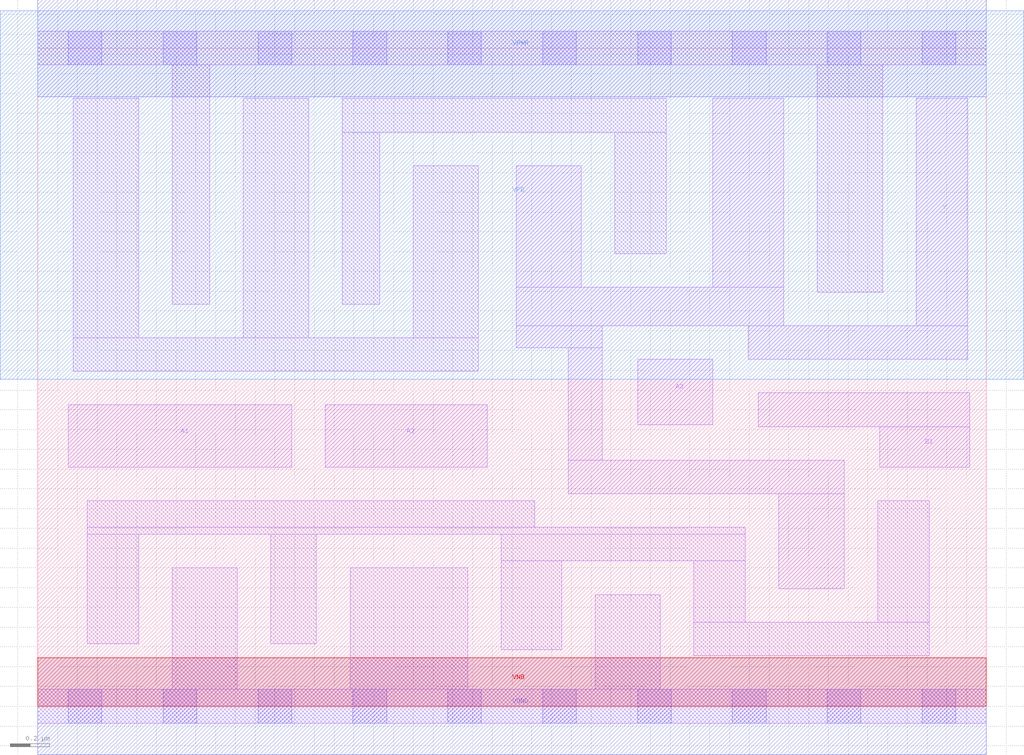
<source format=lef>
# Copyright 2020 The SkyWater PDK Authors
#
# Licensed under the Apache License, Version 2.0 (the "License");
# you may not use this file except in compliance with the License.
# You may obtain a copy of the License at
#
#     https://www.apache.org/licenses/LICENSE-2.0
#
# Unless required by applicable law or agreed to in writing, software
# distributed under the License is distributed on an "AS IS" BASIS,
# WITHOUT WARRANTIES OR CONDITIONS OF ANY KIND, either express or implied.
# See the License for the specific language governing permissions and
# limitations under the License.
#
# SPDX-License-Identifier: Apache-2.0

VERSION 5.7 ;
  NOWIREEXTENSIONATPIN ON ;
  DIVIDERCHAR "/" ;
  BUSBITCHARS "[]" ;
MACRO sky130_fd_sc_lp__o31ai_2
  CLASS CORE ;
  FOREIGN sky130_fd_sc_lp__o31ai_2 ;
  ORIGIN  0.000000  0.000000 ;
  SIZE  4.800000 BY  3.330000 ;
  SYMMETRY X Y R90 ;
  SITE unit ;
  PIN A1
    ANTENNAGATEAREA  0.630000 ;
    DIRECTION INPUT ;
    USE SIGNAL ;
    PORT
      LAYER li1 ;
        RECT 0.155000 1.210000 1.285000 1.525000 ;
    END
  END A1
  PIN A2
    ANTENNAGATEAREA  0.630000 ;
    DIRECTION INPUT ;
    USE SIGNAL ;
    PORT
      LAYER li1 ;
        RECT 1.455000 1.210000 2.275000 1.525000 ;
    END
  END A2
  PIN A3
    ANTENNAGATEAREA  0.630000 ;
    DIRECTION INPUT ;
    USE SIGNAL ;
    PORT
      LAYER li1 ;
        RECT 3.035000 1.425000 3.415000 1.755000 ;
    END
  END A3
  PIN B1
    ANTENNAGATEAREA  0.630000 ;
    DIRECTION INPUT ;
    USE SIGNAL ;
    PORT
      LAYER li1 ;
        RECT 3.645000 1.415000 4.715000 1.585000 ;
        RECT 4.260000 1.210000 4.715000 1.415000 ;
    END
  END B1
  PIN Y
    ANTENNADIFFAREA  1.451100 ;
    DIRECTION OUTPUT ;
    USE SIGNAL ;
    PORT
      LAYER li1 ;
        RECT 2.420000 1.815000 2.855000 1.925000 ;
        RECT 2.420000 1.925000 3.775000 2.120000 ;
        RECT 2.420000 2.120000 2.750000 2.735000 ;
        RECT 2.685000 1.075000 4.080000 1.245000 ;
        RECT 2.685000 1.245000 2.855000 1.815000 ;
        RECT 3.415000 2.120000 3.775000 3.075000 ;
        RECT 3.595000 1.755000 4.705000 1.925000 ;
        RECT 3.750000 0.595000 4.080000 1.075000 ;
        RECT 4.445000 1.925000 4.705000 3.075000 ;
    END
  END Y
  PIN VGND
    DIRECTION INOUT ;
    USE GROUND ;
    PORT
      LAYER met1 ;
        RECT 0.000000 -0.245000 4.800000 0.245000 ;
    END
  END VGND
  PIN VNB
    DIRECTION INOUT ;
    USE GROUND ;
    PORT
      LAYER pwell ;
        RECT 0.000000 0.000000 4.800000 0.245000 ;
    END
  END VNB
  PIN VPB
    DIRECTION INOUT ;
    USE POWER ;
    PORT
      LAYER nwell ;
        RECT -0.190000 1.655000 4.990000 3.520000 ;
    END
  END VPB
  PIN VPWR
    DIRECTION INOUT ;
    USE POWER ;
    PORT
      LAYER met1 ;
        RECT 0.000000 3.085000 4.800000 3.575000 ;
    END
  END VPWR
  OBS
    LAYER li1 ;
      RECT 0.000000 -0.085000 4.800000 0.085000 ;
      RECT 0.000000  3.245000 4.800000 3.415000 ;
      RECT 0.180000  1.695000 2.230000 1.865000 ;
      RECT 0.180000  1.865000 0.510000 3.075000 ;
      RECT 0.250000  0.315000 0.510000 0.870000 ;
      RECT 0.250000  0.870000 3.580000 0.905000 ;
      RECT 0.250000  0.905000 2.515000 1.040000 ;
      RECT 0.680000  0.085000 1.010000 0.700000 ;
      RECT 0.680000  2.035000 0.870000 3.245000 ;
      RECT 1.040000  1.865000 1.370000 3.075000 ;
      RECT 1.180000  0.315000 1.410000 0.870000 ;
      RECT 1.540000  2.035000 1.730000 2.905000 ;
      RECT 1.540000  2.905000 3.180000 3.075000 ;
      RECT 1.580000  0.085000 2.175000 0.700000 ;
      RECT 1.900000  1.865000 2.230000 2.735000 ;
      RECT 2.345000  0.285000 2.650000 0.735000 ;
      RECT 2.345000  0.735000 3.580000 0.870000 ;
      RECT 2.820000  0.085000 3.150000 0.565000 ;
      RECT 2.920000  2.290000 3.180000 2.905000 ;
      RECT 3.320000  0.255000 4.510000 0.425000 ;
      RECT 3.320000  0.425000 3.580000 0.735000 ;
      RECT 3.945000  2.095000 4.275000 3.245000 ;
      RECT 4.250000  0.425000 4.510000 1.040000 ;
    LAYER mcon ;
      RECT 0.155000 -0.085000 0.325000 0.085000 ;
      RECT 0.155000  3.245000 0.325000 3.415000 ;
      RECT 0.635000 -0.085000 0.805000 0.085000 ;
      RECT 0.635000  3.245000 0.805000 3.415000 ;
      RECT 1.115000 -0.085000 1.285000 0.085000 ;
      RECT 1.115000  3.245000 1.285000 3.415000 ;
      RECT 1.595000 -0.085000 1.765000 0.085000 ;
      RECT 1.595000  3.245000 1.765000 3.415000 ;
      RECT 2.075000 -0.085000 2.245000 0.085000 ;
      RECT 2.075000  3.245000 2.245000 3.415000 ;
      RECT 2.555000 -0.085000 2.725000 0.085000 ;
      RECT 2.555000  3.245000 2.725000 3.415000 ;
      RECT 3.035000 -0.085000 3.205000 0.085000 ;
      RECT 3.035000  3.245000 3.205000 3.415000 ;
      RECT 3.515000 -0.085000 3.685000 0.085000 ;
      RECT 3.515000  3.245000 3.685000 3.415000 ;
      RECT 3.995000 -0.085000 4.165000 0.085000 ;
      RECT 3.995000  3.245000 4.165000 3.415000 ;
      RECT 4.475000 -0.085000 4.645000 0.085000 ;
      RECT 4.475000  3.245000 4.645000 3.415000 ;
  END
END sky130_fd_sc_lp__o31ai_2
END LIBRARY

</source>
